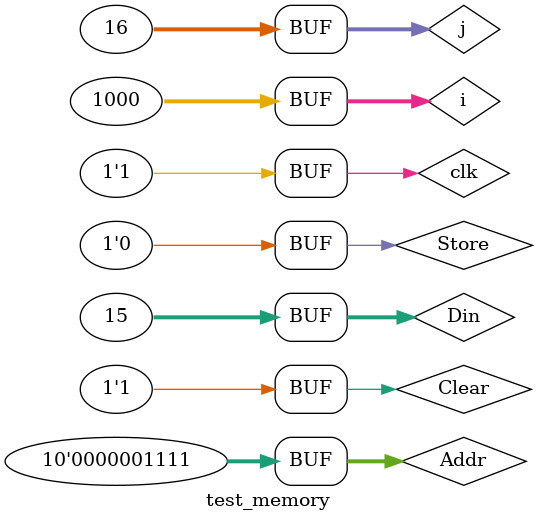
<source format=v>
`timescale 1ns / 1ps


module test_memory(

    );
    reg [9:0] Addr;
    reg [31:0] Din;
    reg Store,Clear,clk;
    wire [31:0] roData;
    wire [31:0] raData;
   ram Ram(Addr,Din, Store, Clear,clk,raData);
   rom Rom(Addr,roData);
   integer i,j;
   initial
   begin 
   Store=1;
   Clear=0;
    for(j=0;j<16;j=j+1)
    begin
        #10 Addr<=j;
        Din<=j;
    end
    Store=0;
    for(j=0;j<16;j=j+1)
        begin
            #10 Addr<=j;
            Din<=j;
        end
    Clear=1;
    for(j=0;j<16;j=j+1)
            begin
                #10 Addr<=j;
                Din<=j;
            end
            
   end
   
   initial
      begin
      #5 clk=1;
       for(i=0;i<1000;i=i+1)
       begin
           #5 clk=0;
           #5 clk=1;
       end
      end
    
endmodule

</source>
